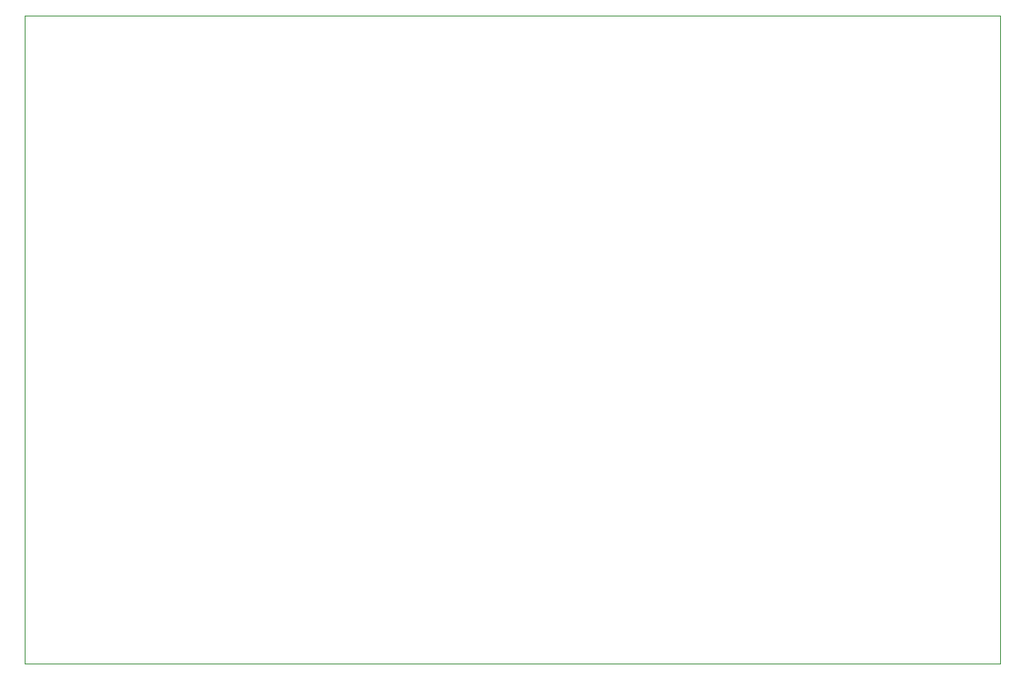
<source format=gbr>
%TF.GenerationSoftware,Altium Limited,Altium Designer,25.8.1 (18)*%
G04 Layer_Color=0*
%FSLAX45Y45*%
%MOMM*%
%TF.SameCoordinates,0F1D7CA1-D0BB-481A-9C26-AB2C8EFFB1FF*%
%TF.FilePolarity,Positive*%
%TF.FileFunction,Profile,NP*%
%TF.Part,Single*%
G01*
G75*
%TA.AperFunction,Profile*%
%ADD62C,0.02540*%
D62*
X7226300Y9093200D02*
Y15763200D01*
X17258299D01*
Y9093200D01*
X7226300D01*
%TF.MD5,c3043681244beb4835083fcc6df4386f*%
M02*

</source>
